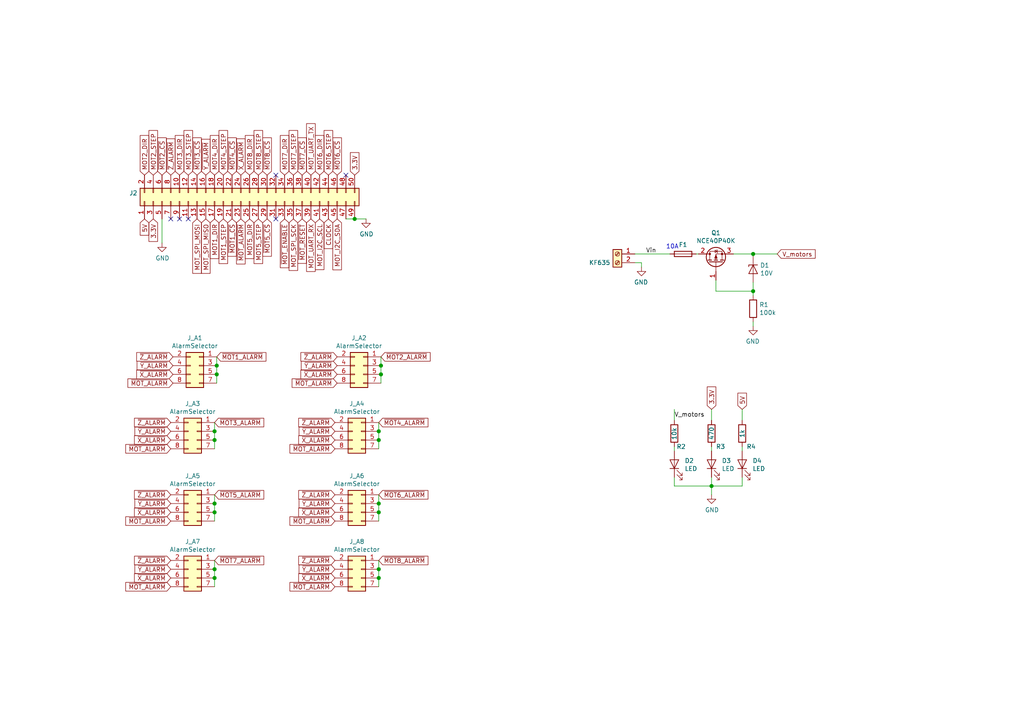
<source format=kicad_sch>
(kicad_sch (version 20210126) (generator eeschema)
  (paper "A4")
  (lib_symbols
    (symbol "Connector:Screw_Terminal_01x02" (pin_names hide)
      (property "Reference" "J" (at 0 2.54 0))
      (property "Value" "Screw_Terminal_01x02" (at 0 -5.08 0))
      (symbol "Screw_Terminal_01x02_1_1"
        (circle (center 0 -2.54) (radius 0.635))
        (circle (center 0 0) (radius 0.635))
        (rectangle (start -1.27 1.27) (end 1.27 -3.81) (stroke (width 0.254)) (fill (type background)))
        (polyline (pts (xy -0.5334 -2.2098) (xy 0.3302 -3.048)))
        (polyline (pts (xy -0.5334 0.3302) (xy 0.3302 -0.508)))
        (polyline (pts (xy -0.3556 -2.032) (xy 0.508 -2.8702)))
        (polyline (pts (xy -0.3556 0.508) (xy 0.508 -0.3302)))
        (pin passive line (at -5.08 0 0) (length 3.81) (name "Pin_1") (number "1"))
        (pin passive line (at -5.08 -2.54 0) (length 3.81) (name "Pin_2") (number "2"))
      )
    )
    (symbol "Connector_Generic:Conn_02x04_Odd_Even" (pin_names (offset 1.016) hide)
      (property "Reference" "J" (at 1.27 5.08 0))
      (property "Value" "Conn_02x04_Odd_Even" (at 1.27 -7.62 0))
      (symbol "Conn_02x04_Odd_Even_1_1"
        (rectangle (start -1.27 -4.953) (end 0 -5.207) (stroke (width 0.1524)))
        (rectangle (start -1.27 -2.413) (end 0 -2.667) (stroke (width 0.1524)))
        (rectangle (start -1.27 2.667) (end 0 2.413) (stroke (width 0.1524)))
        (rectangle (start -1.27 3.81) (end 3.81 -6.35) (stroke (width 0.254)) (fill (type background)))
        (rectangle (start -1.27 0.127) (end 0 -0.127) (stroke (width 0.1524)))
        (rectangle (start 3.81 -4.953) (end 2.54 -5.207) (stroke (width 0.1524)))
        (rectangle (start 3.81 -2.413) (end 2.54 -2.667) (stroke (width 0.1524)))
        (rectangle (start 3.81 2.667) (end 2.54 2.413) (stroke (width 0.1524)))
        (rectangle (start 3.81 0.127) (end 2.54 -0.127) (stroke (width 0.1524)))
        (pin passive line (at -5.08 2.54 0) (length 3.81) (name "Pin_1") (number "1"))
        (pin passive line (at 7.62 2.54 180) (length 3.81) (name "Pin_2") (number "2"))
        (pin passive line (at -5.08 0 0) (length 3.81) (name "Pin_3") (number "3"))
        (pin passive line (at 7.62 0 180) (length 3.81) (name "Pin_4") (number "4"))
        (pin passive line (at -5.08 -2.54 0) (length 3.81) (name "Pin_5") (number "5"))
        (pin passive line (at 7.62 -2.54 180) (length 3.81) (name "Pin_6") (number "6"))
        (pin passive line (at -5.08 -5.08 0) (length 3.81) (name "Pin_7") (number "7"))
        (pin passive line (at 7.62 -5.08 180) (length 3.81) (name "Pin_8") (number "8"))
      )
    )
    (symbol "Connector_Generic:Conn_02x25_Odd_Even" (pin_names (offset 1.016) hide)
      (property "Reference" "J" (at 1.27 33.02 0))
      (property "Value" "Conn_02x25_Odd_Even" (at 1.27 -33.02 0))
      (symbol "Conn_02x25_Odd_Even_1_1"
        (rectangle (start -1.27 -27.813) (end 0 -28.067) (stroke (width 0.1524)))
        (rectangle (start -1.27 -30.353) (end 0 -30.607) (stroke (width 0.1524)))
        (rectangle (start -1.27 -4.953) (end 0 -5.207) (stroke (width 0.1524)))
        (rectangle (start -1.27 -7.493) (end 0 -7.747) (stroke (width 0.1524)))
        (rectangle (start -1.27 -10.033) (end 0 -10.287) (stroke (width 0.1524)))
        (rectangle (start -1.27 -12.573) (end 0 -12.827) (stroke (width 0.1524)))
        (rectangle (start -1.27 -15.113) (end 0 -15.367) (stroke (width 0.1524)))
        (rectangle (start -1.27 -17.653) (end 0 -17.907) (stroke (width 0.1524)))
        (rectangle (start -1.27 -20.193) (end 0 -20.447) (stroke (width 0.1524)))
        (rectangle (start -1.27 -22.733) (end 0 -22.987) (stroke (width 0.1524)))
        (rectangle (start -1.27 -2.413) (end 0 -2.667) (stroke (width 0.1524)))
        (rectangle (start -1.27 -25.273) (end 0 -25.527) (stroke (width 0.1524)))
        (rectangle (start -1.27 25.527) (end 0 25.273) (stroke (width 0.1524)))
        (rectangle (start -1.27 2.667) (end 0 2.413) (stroke (width 0.1524)))
        (rectangle (start -1.27 28.067) (end 0 27.813) (stroke (width 0.1524)))
        (rectangle (start -1.27 30.607) (end 0 30.353) (stroke (width 0.1524)))
        (rectangle (start -1.27 31.75) (end 3.81 -31.75) (stroke (width 0.254)) (fill (type background)))
        (rectangle (start -1.27 5.207) (end 0 4.953) (stroke (width 0.1524)))
        (rectangle (start -1.27 7.747) (end 0 7.493) (stroke (width 0.1524)))
        (rectangle (start -1.27 10.287) (end 0 10.033) (stroke (width 0.1524)))
        (rectangle (start -1.27 0.127) (end 0 -0.127) (stroke (width 0.1524)))
        (rectangle (start -1.27 12.827) (end 0 12.573) (stroke (width 0.1524)))
        (rectangle (start -1.27 15.367) (end 0 15.113) (stroke (width 0.1524)))
        (rectangle (start -1.27 17.907) (end 0 17.653) (stroke (width 0.1524)))
        (rectangle (start -1.27 20.447) (end 0 20.193) (stroke (width 0.1524)))
        (rectangle (start -1.27 22.987) (end 0 22.733) (stroke (width 0.1524)))
        (rectangle (start 3.81 -27.813) (end 2.54 -28.067) (stroke (width 0.1524)))
        (rectangle (start 3.81 -30.353) (end 2.54 -30.607) (stroke (width 0.1524)))
        (rectangle (start 3.81 -4.953) (end 2.54 -5.207) (stroke (width 0.1524)))
        (rectangle (start 3.81 -7.493) (end 2.54 -7.747) (stroke (width 0.1524)))
        (rectangle (start 3.81 -10.033) (end 2.54 -10.287) (stroke (width 0.1524)))
        (rectangle (start 3.81 -12.573) (end 2.54 -12.827) (stroke (width 0.1524)))
        (rectangle (start 3.81 -15.113) (end 2.54 -15.367) (stroke (width 0.1524)))
        (rectangle (start 3.81 -17.653) (end 2.54 -17.907) (stroke (width 0.1524)))
        (rectangle (start 3.81 -20.193) (end 2.54 -20.447) (stroke (width 0.1524)))
        (rectangle (start 3.81 -22.733) (end 2.54 -22.987) (stroke (width 0.1524)))
        (rectangle (start 3.81 -2.413) (end 2.54 -2.667) (stroke (width 0.1524)))
        (rectangle (start 3.81 -25.273) (end 2.54 -25.527) (stroke (width 0.1524)))
        (rectangle (start 3.81 25.527) (end 2.54 25.273) (stroke (width 0.1524)))
        (rectangle (start 3.81 2.667) (end 2.54 2.413) (stroke (width 0.1524)))
        (rectangle (start 3.81 28.067) (end 2.54 27.813) (stroke (width 0.1524)))
        (rectangle (start 3.81 30.607) (end 2.54 30.353) (stroke (width 0.1524)))
        (rectangle (start 3.81 5.207) (end 2.54 4.953) (stroke (width 0.1524)))
        (rectangle (start 3.81 7.747) (end 2.54 7.493) (stroke (width 0.1524)))
        (rectangle (start 3.81 10.287) (end 2.54 10.033) (stroke (width 0.1524)))
        (rectangle (start 3.81 0.127) (end 2.54 -0.127) (stroke (width 0.1524)))
        (rectangle (start 3.81 12.827) (end 2.54 12.573) (stroke (width 0.1524)))
        (rectangle (start 3.81 15.367) (end 2.54 15.113) (stroke (width 0.1524)))
        (rectangle (start 3.81 17.907) (end 2.54 17.653) (stroke (width 0.1524)))
        (rectangle (start 3.81 20.447) (end 2.54 20.193) (stroke (width 0.1524)))
        (rectangle (start 3.81 22.987) (end 2.54 22.733) (stroke (width 0.1524)))
        (pin passive line (at -5.08 30.48 0) (length 3.81) (name "Pin_1") (number "1"))
        (pin passive line (at 7.62 20.32 180) (length 3.81) (name "Pin_10") (number "10"))
        (pin passive line (at -5.08 17.78 0) (length 3.81) (name "Pin_11") (number "11"))
        (pin passive line (at 7.62 17.78 180) (length 3.81) (name "Pin_12") (number "12"))
        (pin passive line (at -5.08 15.24 0) (length 3.81) (name "Pin_13") (number "13"))
        (pin passive line (at 7.62 15.24 180) (length 3.81) (name "Pin_14") (number "14"))
        (pin passive line (at -5.08 12.7 0) (length 3.81) (name "Pin_15") (number "15"))
        (pin passive line (at 7.62 12.7 180) (length 3.81) (name "Pin_16") (number "16"))
        (pin passive line (at -5.08 10.16 0) (length 3.81) (name "Pin_17") (number "17"))
        (pin passive line (at 7.62 10.16 180) (length 3.81) (name "Pin_18") (number "18"))
        (pin passive line (at -5.08 7.62 0) (length 3.81) (name "Pin_19") (number "19"))
        (pin passive line (at 7.62 30.48 180) (length 3.81) (name "Pin_2") (number "2"))
        (pin passive line (at 7.62 7.62 180) (length 3.81) (name "Pin_20") (number "20"))
        (pin passive line (at -5.08 5.08 0) (length 3.81) (name "Pin_21") (number "21"))
        (pin passive line (at 7.62 5.08 180) (length 3.81) (name "Pin_22") (number "22"))
        (pin passive line (at -5.08 2.54 0) (length 3.81) (name "Pin_23") (number "23"))
        (pin passive line (at 7.62 2.54 180) (length 3.81) (name "Pin_24") (number "24"))
        (pin passive line (at -5.08 0 0) (length 3.81) (name "Pin_25") (number "25"))
        (pin passive line (at 7.62 0 180) (length 3.81) (name "Pin_26") (number "26"))
        (pin passive line (at -5.08 -2.54 0) (length 3.81) (name "Pin_27") (number "27"))
        (pin passive line (at 7.62 -2.54 180) (length 3.81) (name "Pin_28") (number "28"))
        (pin passive line (at -5.08 -5.08 0) (length 3.81) (name "Pin_29") (number "29"))
        (pin passive line (at -5.08 27.94 0) (length 3.81) (name "Pin_3") (number "3"))
        (pin passive line (at 7.62 -5.08 180) (length 3.81) (name "Pin_30") (number "30"))
        (pin passive line (at -5.08 -7.62 0) (length 3.81) (name "Pin_31") (number "31"))
        (pin passive line (at 7.62 -7.62 180) (length 3.81) (name "Pin_32") (number "32"))
        (pin passive line (at -5.08 -10.16 0) (length 3.81) (name "Pin_33") (number "33"))
        (pin passive line (at 7.62 -10.16 180) (length 3.81) (name "Pin_34") (number "34"))
        (pin passive line (at -5.08 -12.7 0) (length 3.81) (name "Pin_35") (number "35"))
        (pin passive line (at 7.62 -12.7 180) (length 3.81) (name "Pin_36") (number "36"))
        (pin passive line (at -5.08 -15.24 0) (length 3.81) (name "Pin_37") (number "37"))
        (pin passive line (at 7.62 -15.24 180) (length 3.81) (name "Pin_38") (number "38"))
        (pin passive line (at -5.08 -17.78 0) (length 3.81) (name "Pin_39") (number "39"))
        (pin passive line (at 7.62 27.94 180) (length 3.81) (name "Pin_4") (number "4"))
        (pin passive line (at 7.62 -17.78 180) (length 3.81) (name "Pin_40") (number "40"))
        (pin passive line (at -5.08 -20.32 0) (length 3.81) (name "Pin_41") (number "41"))
        (pin passive line (at 7.62 -20.32 180) (length 3.81) (name "Pin_42") (number "42"))
        (pin passive line (at -5.08 -22.86 0) (length 3.81) (name "Pin_43") (number "43"))
        (pin passive line (at 7.62 -22.86 180) (length 3.81) (name "Pin_44") (number "44"))
        (pin passive line (at -5.08 -25.4 0) (length 3.81) (name "Pin_45") (number "45"))
        (pin passive line (at 7.62 -25.4 180) (length 3.81) (name "Pin_46") (number "46"))
        (pin passive line (at -5.08 -27.94 0) (length 3.81) (name "Pin_47") (number "47"))
        (pin passive line (at 7.62 -27.94 180) (length 3.81) (name "Pin_48") (number "48"))
        (pin passive line (at -5.08 -30.48 0) (length 3.81) (name "Pin_49") (number "49"))
        (pin passive line (at -5.08 25.4 0) (length 3.81) (name "Pin_5") (number "5"))
        (pin passive line (at 7.62 -30.48 180) (length 3.81) (name "Pin_50") (number "50"))
        (pin passive line (at 7.62 25.4 180) (length 3.81) (name "Pin_6") (number "6"))
        (pin passive line (at -5.08 22.86 0) (length 3.81) (name "Pin_7") (number "7"))
        (pin passive line (at 7.62 22.86 180) (length 3.81) (name "Pin_8") (number "8"))
        (pin passive line (at -5.08 20.32 0) (length 3.81) (name "Pin_9") (number "9"))
      )
    )
    (symbol "Device:D_Zener" (pin_numbers hide) (pin_names hide)
      (property "Reference" "D" (at 0 2.54 0))
      (property "Value" "D_Zener" (at 0 -2.54 0))
      (symbol "D_Zener_0_1"
        (polyline (pts (xy 1.27 0) (xy -1.27 0)))
        (polyline (pts (xy -1.27 -1.27) (xy -1.27 1.27) (xy -0.762 1.27)) (stroke (width 0.2032)))
        (polyline (pts (xy 1.27 -1.27) (xy 1.27 1.27) (xy -1.27 0) (xy 1.27 -1.27)) (stroke (width 0.2032)))
      )
      (symbol "D_Zener_1_1"
        (pin passive line (at -3.81 0 0) (length 2.54) (name "K") (number "1"))
        (pin passive line (at 3.81 0 180) (length 2.54) (name "A") (number "2"))
      )
    )
    (symbol "Device:Fuse" (pin_numbers hide) (pin_names (offset 0))
      (property "Reference" "F" (at 2.032 0 90))
      (property "Value" "Fuse" (at -1.905 0 90))
      (symbol "Fuse_0_1"
        (rectangle (start -0.762 -2.54) (end 0.762 2.54) (stroke (width 0.254)))
        (polyline (pts (xy 0 2.54) (xy 0 -2.54)))
      )
      (symbol "Fuse_1_1"
        (pin passive line (at 0 3.81 270) (length 1.27) (name "~") (number "1"))
        (pin passive line (at 0 -3.81 90) (length 1.27) (name "~") (number "2"))
      )
    )
    (symbol "Device:LED" (pin_numbers hide) (pin_names hide)
      (property "Reference" "D" (at 0 2.54 0))
      (property "Value" "LED" (at 0 -2.54 0))
      (symbol "LED_0_1"
        (polyline (pts (xy -1.27 -1.27) (xy -1.27 1.27)) (stroke (width 0.2032)))
        (polyline (pts (xy -1.27 0) (xy 1.27 0)))
        (polyline (pts (xy 1.27 -1.27) (xy 1.27 1.27) (xy -1.27 0) (xy 1.27 -1.27)) (stroke (width 0.2032)))
        (polyline (pts (xy -3.048 -0.762) (xy -4.572 -2.286) (xy -3.81 -2.286) (xy -4.572 -2.286) (xy -4.572 -1.524)))
        (polyline (pts (xy -1.778 -0.762) (xy -3.302 -2.286) (xy -2.54 -2.286) (xy -3.302 -2.286) (xy -3.302 -1.524)))
      )
      (symbol "LED_1_1"
        (pin passive line (at -3.81 0 0) (length 2.54) (name "K") (number "1"))
        (pin passive line (at 3.81 0 180) (length 2.54) (name "A") (number "2"))
      )
    )
    (symbol "Device:R" (pin_numbers hide) (pin_names (offset 0))
      (property "Reference" "R" (at 2.032 0 90))
      (property "Value" "R" (at 0 0 90))
      (symbol "R_0_1"
        (rectangle (start -1.016 -2.54) (end 1.016 2.54) (stroke (width 0.254)))
      )
      (symbol "R_1_1"
        (pin passive line (at 0 3.81 270) (length 1.27) (name "~") (number "1"))
        (pin passive line (at 0 -3.81 90) (length 1.27) (name "~") (number "2"))
      )
    )
    (symbol "Transistor_FET:IRF4905" (pin_names hide)
      (property "Reference" "Q" (at 5.08 1.905 0))
      (property "Value" "IRF4905" (at 5.08 0 0))
      (symbol "IRF4905_0_1"
        (circle (center 1.651 0) (radius 2.794) (stroke (width 0.254)))
        (circle (center 2.54 -1.778) (radius 0.254) (fill (type outline)))
        (circle (center 2.54 1.778) (radius 0.254) (fill (type outline)))
        (polyline (pts (xy 0.254 0) (xy -2.54 0)))
        (polyline (pts (xy 0.254 1.905) (xy 0.254 -1.905)) (stroke (width 0.254)))
        (polyline (pts (xy 0.762 -1.27) (xy 0.762 -2.286)) (stroke (width 0.254)))
        (polyline (pts (xy 0.762 0.508) (xy 0.762 -0.508)) (stroke (width 0.254)))
        (polyline (pts (xy 0.762 2.286) (xy 0.762 1.27)) (stroke (width 0.254)))
        (polyline (pts (xy 2.54 2.54) (xy 2.54 1.778)))
        (polyline (pts (xy 2.54 -2.54) (xy 2.54 0) (xy 0.762 0)))
        (polyline (pts (xy 0.762 1.778) (xy 3.302 1.778) (xy 3.302 -1.778) (xy 0.762 -1.778)))
        (polyline (pts (xy 2.286 0) (xy 1.27 0.381) (xy 1.27 -0.381) (xy 2.286 0)) (fill (type outline)))
        (polyline (pts (xy 2.794 -0.508) (xy 2.921 -0.381) (xy 3.683 -0.381) (xy 3.81 -0.254)))
        (polyline (pts (xy 3.302 -0.381) (xy 2.921 0.254) (xy 3.683 0.254) (xy 3.302 -0.381)))
      )
      (symbol "IRF4905_1_1"
        (pin input line (at -5.08 0 0) (length 2.54) (name "G") (number "1"))
        (pin passive line (at 2.54 5.08 270) (length 2.54) (name "D") (number "2"))
        (pin passive line (at 2.54 -5.08 90) (length 2.54) (name "S") (number "3"))
      )
    )
    (symbol "power:GND" (power) (pin_names (offset 0))
      (property "Value" "GND" (at 0 -3.81 0))
      (symbol "GND_0_1"
        (polyline (pts (xy 0 0) (xy 0 -1.27) (xy 1.27 -1.27) (xy 0 -2.54) (xy -1.27 -1.27) (xy 0 -1.27)))
      )
      (symbol "GND_1_1"
        (pin power_in line (at 0 0 270) (length 0) hide (name "GND") (number "1"))
      )
    )
  )
  (junction (at 62.23 125.095) (diameter 1.016))
  (junction (at 62.23 127.635) (diameter 1.016))
  (junction (at 62.23 146.05) (diameter 1.016))
  (junction (at 62.23 148.59) (diameter 1.016))
  (junction (at 62.23 165.1) (diameter 1.016))
  (junction (at 62.23 167.64) (diameter 1.016))
  (junction (at 62.865 106.045) (diameter 1.016))
  (junction (at 62.865 108.585) (diameter 1.016))
  (junction (at 102.87 63.5) (diameter 1.016))
  (junction (at 109.855 125.095) (diameter 1.016))
  (junction (at 109.855 127.635) (diameter 1.016))
  (junction (at 109.855 146.05) (diameter 1.016))
  (junction (at 109.855 148.59) (diameter 1.016))
  (junction (at 109.855 165.1) (diameter 1.016))
  (junction (at 109.855 167.64) (diameter 1.016))
  (junction (at 110.49 106.045) (diameter 1.016))
  (junction (at 110.49 108.585) (diameter 1.016))
  (junction (at 206.375 140.97) (diameter 1.016))
  (junction (at 218.44 73.66) (diameter 1.016))
  (junction (at 218.44 84.455) (diameter 1.016))
  (no_connect (at 49.53 63.5))
  (no_connect (at 52.07 63.5))
  (no_connect (at 54.61 63.5))
  (no_connect (at 80.01 50.8))
  (no_connect (at 80.01 63.5))
  (no_connect (at 100.33 50.8))
  (wire (pts (xy 46.99 63.5) (xy 46.99 70.485)))
  (wire (pts (xy 62.23 122.555) (xy 62.23 125.095)))
  (wire (pts (xy 62.23 125.095) (xy 62.23 127.635)))
  (wire (pts (xy 62.23 127.635) (xy 62.23 130.175)))
  (wire (pts (xy 62.23 143.51) (xy 62.23 146.05)))
  (wire (pts (xy 62.23 146.05) (xy 62.23 148.59)))
  (wire (pts (xy 62.23 148.59) (xy 62.23 151.13)))
  (wire (pts (xy 62.23 162.56) (xy 62.23 165.1)))
  (wire (pts (xy 62.23 165.1) (xy 62.23 167.64)))
  (wire (pts (xy 62.23 167.64) (xy 62.23 170.18)))
  (wire (pts (xy 62.865 103.505) (xy 62.865 106.045)))
  (wire (pts (xy 62.865 106.045) (xy 62.865 108.585)))
  (wire (pts (xy 62.865 108.585) (xy 62.865 111.125)))
  (wire (pts (xy 100.33 63.5) (xy 102.87 63.5)))
  (wire (pts (xy 102.87 63.5) (xy 106.172 63.5)))
  (wire (pts (xy 109.855 122.555) (xy 109.855 125.095)))
  (wire (pts (xy 109.855 125.095) (xy 109.855 127.635)))
  (wire (pts (xy 109.855 127.635) (xy 109.855 130.175)))
  (wire (pts (xy 109.855 143.51) (xy 109.855 146.05)))
  (wire (pts (xy 109.855 146.05) (xy 109.855 148.59)))
  (wire (pts (xy 109.855 148.59) (xy 109.855 151.13)))
  (wire (pts (xy 109.855 162.56) (xy 109.855 165.1)))
  (wire (pts (xy 109.855 165.1) (xy 109.855 167.64)))
  (wire (pts (xy 109.855 167.64) (xy 109.855 170.18)))
  (wire (pts (xy 110.49 103.505) (xy 110.49 106.045)))
  (wire (pts (xy 110.49 106.045) (xy 110.49 108.585)))
  (wire (pts (xy 110.49 108.585) (xy 110.49 111.125)))
  (wire (pts (xy 184.15 73.66) (xy 194.31 73.66)))
  (wire (pts (xy 184.15 76.2) (xy 186.055 76.2)))
  (wire (pts (xy 186.055 76.2) (xy 186.055 77.47)))
  (wire (pts (xy 195.58 121.92) (xy 195.58 118.745)))
  (wire (pts (xy 195.58 129.54) (xy 195.58 130.81)))
  (wire (pts (xy 195.58 140.97) (xy 195.58 138.43)))
  (wire (pts (xy 195.58 140.97) (xy 206.375 140.97)))
  (wire (pts (xy 201.93 73.66) (xy 202.565 73.66)))
  (wire (pts (xy 206.375 121.92) (xy 206.375 118.745)))
  (wire (pts (xy 206.375 129.54) (xy 206.375 130.81)))
  (wire (pts (xy 206.375 138.43) (xy 206.375 140.97)))
  (wire (pts (xy 206.375 140.97) (xy 206.375 143.51)))
  (wire (pts (xy 207.645 81.28) (xy 207.645 84.455)))
  (wire (pts (xy 207.645 84.455) (xy 218.44 84.455)))
  (wire (pts (xy 212.725 73.66) (xy 218.44 73.66)))
  (wire (pts (xy 215.265 121.92) (xy 215.265 118.745)))
  (wire (pts (xy 215.265 129.54) (xy 215.265 130.81)))
  (wire (pts (xy 215.265 140.97) (xy 206.375 140.97)))
  (wire (pts (xy 215.265 140.97) (xy 215.265 138.43)))
  (wire (pts (xy 218.44 73.66) (xy 225.425 73.66)))
  (wire (pts (xy 218.44 74.295) (xy 218.44 73.66)))
  (wire (pts (xy 218.44 84.455) (xy 218.44 81.915)))
  (wire (pts (xy 218.44 85.725) (xy 218.44 84.455)))
  (wire (pts (xy 218.44 94.615) (xy 218.44 93.345)))
  (text "10A" (at 196.85 72.39 180) (effects (font (size 1.27 1.27)) (justify right bottom)))
  (label "Vin" (at 187.325 73.66 0))
  (label "V_motors" (at 195.58 121.285 0))
  (global_label "MOT2_DIR" (shape input) (at 41.91 50.8 90) (property "Intersheet References" "${INTERSHEET_REFS}" (effects hide)))
  (global_label "5V" (shape input) (at 41.91 63.5 270) (property "Intersheet References" "${INTERSHEET_REFS}" (effects hide)))
  (global_label "MOT2_STEP" (shape input) (at 44.45 50.8 90) (property "Intersheet References" "${INTERSHEET_REFS}" (effects hide)))
  (global_label "3.3V" (shape input) (at 44.45 63.5 270) (property "Intersheet References" "${INTERSHEET_REFS}" (effects hide)))
  (global_label "~MOT2_CS" (shape input) (at 46.99 50.8 90) (property "Intersheet References" "${INTERSHEET_REFS}" (effects hide)))
  (global_label "~Z_ALARM" (shape input) (at 49.53 50.8 90) (property "Intersheet References" "${INTERSHEET_REFS}" (effects hide)))
  (global_label "~Z_ALARM" (shape input) (at 49.53 122.555 180) (property "Intersheet References" "${INTERSHEET_REFS}" (effects hide)))
  (global_label "~Y_ALARM" (shape input) (at 49.53 125.095 180) (property "Intersheet References" "${INTERSHEET_REFS}" (effects hide)))
  (global_label "~X_ALARM" (shape input) (at 49.53 127.635 180) (property "Intersheet References" "${INTERSHEET_REFS}" (effects hide)))
  (global_label "~MOT_ALARM" (shape input) (at 49.53 130.175 180) (property "Intersheet References" "${INTERSHEET_REFS}" (effects hide)))
  (global_label "~Z_ALARM" (shape input) (at 49.53 143.51 180) (property "Intersheet References" "${INTERSHEET_REFS}" (effects hide)))
  (global_label "~Y_ALARM" (shape input) (at 49.53 146.05 180) (property "Intersheet References" "${INTERSHEET_REFS}" (effects hide)))
  (global_label "~X_ALARM" (shape input) (at 49.53 148.59 180) (property "Intersheet References" "${INTERSHEET_REFS}" (effects hide)))
  (global_label "~MOT_ALARM" (shape input) (at 49.53 151.13 180) (property "Intersheet References" "${INTERSHEET_REFS}" (effects hide)))
  (global_label "~Z_ALARM" (shape input) (at 49.53 162.56 180) (property "Intersheet References" "${INTERSHEET_REFS}" (effects hide)))
  (global_label "~Y_ALARM" (shape input) (at 49.53 165.1 180) (property "Intersheet References" "${INTERSHEET_REFS}" (effects hide)))
  (global_label "~X_ALARM" (shape input) (at 49.53 167.64 180) (property "Intersheet References" "${INTERSHEET_REFS}" (effects hide)))
  (global_label "~MOT_ALARM" (shape input) (at 49.53 170.18 180) (property "Intersheet References" "${INTERSHEET_REFS}" (effects hide)))
  (global_label "~Z_ALARM" (shape input) (at 50.165 103.505 180) (property "Intersheet References" "${INTERSHEET_REFS}" (effects hide)))
  (global_label "~Y_ALARM" (shape input) (at 50.165 106.045 180) (property "Intersheet References" "${INTERSHEET_REFS}" (effects hide)))
  (global_label "~X_ALARM" (shape input) (at 50.165 108.585 180) (property "Intersheet References" "${INTERSHEET_REFS}" (effects hide)))
  (global_label "~MOT_ALARM" (shape input) (at 50.165 111.125 180) (property "Intersheet References" "${INTERSHEET_REFS}" (effects hide)))
  (global_label "MOT3_DIR" (shape input) (at 52.07 50.8 90) (property "Intersheet References" "${INTERSHEET_REFS}" (effects hide)))
  (global_label "MOT3_STEP" (shape input) (at 54.61 50.8 90) (property "Intersheet References" "${INTERSHEET_REFS}" (effects hide)))
  (global_label "~MOT3_CS" (shape input) (at 57.15 50.8 90) (property "Intersheet References" "${INTERSHEET_REFS}" (effects hide)))
  (global_label "MOT_SPI_MOSI" (shape input) (at 57.15 63.5 270) (property "Intersheet References" "${INTERSHEET_REFS}" (effects hide)))
  (global_label "~Y_ALARM" (shape input) (at 59.69 50.8 90) (property "Intersheet References" "${INTERSHEET_REFS}" (effects hide)))
  (global_label "MOT_SPI_MISO" (shape input) (at 59.69 63.5 270) (property "Intersheet References" "${INTERSHEET_REFS}" (effects hide)))
  (global_label "MOT4_DIR" (shape input) (at 62.23 50.8 90) (property "Intersheet References" "${INTERSHEET_REFS}" (effects hide)))
  (global_label "MOT1_DIR" (shape input) (at 62.23 63.5 270) (property "Intersheet References" "${INTERSHEET_REFS}" (effects hide)))
  (global_label "~MOT3_ALARM" (shape input) (at 62.23 122.555 0) (property "Intersheet References" "${INTERSHEET_REFS}" (effects hide)))
  (global_label "~MOT5_ALARM" (shape input) (at 62.23 143.51 0) (property "Intersheet References" "${INTERSHEET_REFS}" (effects hide)))
  (global_label "~MOT7_ALARM" (shape input) (at 62.23 162.56 0) (property "Intersheet References" "${INTERSHEET_REFS}" (effects hide)))
  (global_label "~MOT1_ALARM" (shape input) (at 62.865 103.505 0) (property "Intersheet References" "${INTERSHEET_REFS}" (effects hide)))
  (global_label "MOT4_STEP" (shape input) (at 64.77 50.8 90) (property "Intersheet References" "${INTERSHEET_REFS}" (effects hide)))
  (global_label "MOT1_STEP" (shape input) (at 64.77 63.5 270) (property "Intersheet References" "${INTERSHEET_REFS}" (effects hide)))
  (global_label "~MOT4_CS" (shape input) (at 67.31 50.8 90) (property "Intersheet References" "${INTERSHEET_REFS}" (effects hide)))
  (global_label "~MOT1_CS" (shape input) (at 67.31 63.5 270) (property "Intersheet References" "${INTERSHEET_REFS}" (effects hide)))
  (global_label "~X_ALARM" (shape input) (at 69.85 50.8 90) (property "Intersheet References" "${INTERSHEET_REFS}" (effects hide)))
  (global_label "~MOT_ALARM" (shape input) (at 69.85 63.5 270) (property "Intersheet References" "${INTERSHEET_REFS}" (effects hide)))
  (global_label "MOT8_DIR" (shape input) (at 72.39 50.8 90) (property "Intersheet References" "${INTERSHEET_REFS}" (effects hide)))
  (global_label "MOT5_DIR" (shape input) (at 72.39 63.5 270) (property "Intersheet References" "${INTERSHEET_REFS}" (effects hide)))
  (global_label "MOT8_STEP" (shape input) (at 74.93 50.8 90) (property "Intersheet References" "${INTERSHEET_REFS}" (effects hide)))
  (global_label "MOT5_STEP" (shape input) (at 74.93 63.5 270) (property "Intersheet References" "${INTERSHEET_REFS}" (effects hide)))
  (global_label "~MOT8_CS" (shape input) (at 77.47 50.8 90) (property "Intersheet References" "${INTERSHEET_REFS}" (effects hide)))
  (global_label "~MOT5_CS" (shape input) (at 77.47 63.5 270) (property "Intersheet References" "${INTERSHEET_REFS}" (effects hide)))
  (global_label "MOT7_DIR" (shape input) (at 82.55 50.8 90) (property "Intersheet References" "${INTERSHEET_REFS}" (effects hide)))
  (global_label "~MOT_ENABLE" (shape input) (at 82.55 63.5 270) (property "Intersheet References" "${INTERSHEET_REFS}" (effects hide)))
  (global_label "MOT7_STEP" (shape input) (at 85.09 50.8 90) (property "Intersheet References" "${INTERSHEET_REFS}" (effects hide)))
  (global_label "MOT_SPI_SCK" (shape input) (at 85.09 63.5 270) (property "Intersheet References" "${INTERSHEET_REFS}" (effects hide)))
  (global_label "~MOT7_CS" (shape input) (at 87.63 50.8 90) (property "Intersheet References" "${INTERSHEET_REFS}" (effects hide)))
  (global_label "~MOT_RESET" (shape input) (at 87.63 63.5 270) (property "Intersheet References" "${INTERSHEET_REFS}" (effects hide)))
  (global_label "MOT_UART_TX" (shape input) (at 90.17 50.8 90) (property "Intersheet References" "${INTERSHEET_REFS}" (effects hide)))
  (global_label "MOT_UART_RX" (shape input) (at 90.17 63.5 270) (property "Intersheet References" "${INTERSHEET_REFS}" (effects hide)))
  (global_label "MOT6_DIR" (shape input) (at 92.71 50.8 90) (property "Intersheet References" "${INTERSHEET_REFS}" (effects hide)))
  (global_label "MOT_I2C_SCL" (shape input) (at 92.71 63.5 270) (property "Intersheet References" "${INTERSHEET_REFS}" (effects hide)))
  (global_label "MOT6_STEP" (shape input) (at 95.25 50.8 90) (property "Intersheet References" "${INTERSHEET_REFS}" (effects hide)))
  (global_label "CLOCK" (shape input) (at 95.25 63.5 270) (property "Intersheet References" "${INTERSHEET_REFS}" (effects hide)))
  (global_label "~Z_ALARM" (shape input) (at 97.155 122.555 180) (property "Intersheet References" "${INTERSHEET_REFS}" (effects hide)))
  (global_label "~Y_ALARM" (shape input) (at 97.155 125.095 180) (property "Intersheet References" "${INTERSHEET_REFS}" (effects hide)))
  (global_label "~X_ALARM" (shape input) (at 97.155 127.635 180) (property "Intersheet References" "${INTERSHEET_REFS}" (effects hide)))
  (global_label "~MOT_ALARM" (shape input) (at 97.155 130.175 180) (property "Intersheet References" "${INTERSHEET_REFS}" (effects hide)))
  (global_label "~Z_ALARM" (shape input) (at 97.155 143.51 180) (property "Intersheet References" "${INTERSHEET_REFS}" (effects hide)))
  (global_label "~Y_ALARM" (shape input) (at 97.155 146.05 180) (property "Intersheet References" "${INTERSHEET_REFS}" (effects hide)))
  (global_label "~X_ALARM" (shape input) (at 97.155 148.59 180) (property "Intersheet References" "${INTERSHEET_REFS}" (effects hide)))
  (global_label "~MOT_ALARM" (shape input) (at 97.155 151.13 180) (property "Intersheet References" "${INTERSHEET_REFS}" (effects hide)))
  (global_label "~Z_ALARM" (shape input) (at 97.155 162.56 180) (property "Intersheet References" "${INTERSHEET_REFS}" (effects hide)))
  (global_label "~Y_ALARM" (shape input) (at 97.155 165.1 180) (property "Intersheet References" "${INTERSHEET_REFS}" (effects hide)))
  (global_label "~X_ALARM" (shape input) (at 97.155 167.64 180) (property "Intersheet References" "${INTERSHEET_REFS}" (effects hide)))
  (global_label "~MOT_ALARM" (shape input) (at 97.155 170.18 180) (property "Intersheet References" "${INTERSHEET_REFS}" (effects hide)))
  (global_label "~MOT6_CS" (shape input) (at 97.79 50.8 90) (property "Intersheet References" "${INTERSHEET_REFS}" (effects hide)))
  (global_label "MOT_I2C_SDA" (shape input) (at 97.79 63.5 270) (property "Intersheet References" "${INTERSHEET_REFS}" (effects hide)))
  (global_label "~Z_ALARM" (shape input) (at 97.79 103.505 180) (property "Intersheet References" "${INTERSHEET_REFS}" (effects hide)))
  (global_label "~Y_ALARM" (shape input) (at 97.79 106.045 180) (property "Intersheet References" "${INTERSHEET_REFS}" (effects hide)))
  (global_label "~X_ALARM" (shape input) (at 97.79 108.585 180) (property "Intersheet References" "${INTERSHEET_REFS}" (effects hide)))
  (global_label "~MOT_ALARM" (shape input) (at 97.79 111.125 180) (property "Intersheet References" "${INTERSHEET_REFS}" (effects hide)))
  (global_label "3.3V" (shape input) (at 102.87 50.8 90) (property "Intersheet References" "${INTERSHEET_REFS}" (effects hide)))
  (global_label "~MOT4_ALARM" (shape input) (at 109.855 122.555 0) (property "Intersheet References" "${INTERSHEET_REFS}" (effects hide)))
  (global_label "~MOT6_ALARM" (shape input) (at 109.855 143.51 0) (property "Intersheet References" "${INTERSHEET_REFS}" (effects hide)))
  (global_label "~MOT8_ALARM" (shape input) (at 109.855 162.56 0) (property "Intersheet References" "${INTERSHEET_REFS}" (effects hide)))
  (global_label "~MOT2_ALARM" (shape input) (at 110.49 103.505 0) (property "Intersheet References" "${INTERSHEET_REFS}" (effects hide)))
  (global_label "3.3V" (shape input) (at 206.375 118.745 90) (property "Intersheet References" "${INTERSHEET_REFS}" (effects hide)))
  (global_label "5V" (shape input) (at 215.265 118.745 90) (property "Intersheet References" "${INTERSHEET_REFS}" (effects hide)))
  (global_label "V_motors" (shape input) (at 225.425 73.66 0) (property "Intersheet References" "${INTERSHEET_REFS}" (effects hide)))
  (symbol (lib_id "power:GND") (at 46.99 70.485 0) (unit 1)
    (property "Reference" "#PWR016" (effects hide))
    (property "Value" "GND" (at 47.117 74.8792 0))
  )
  (symbol (lib_id "power:GND") (at 106.172 63.5 0) (unit 1)
    (property "Reference" "#PWR015" (effects hide))
    (property "Value" "GND" (at 106.299 67.8942 0))
  )
  (symbol (lib_id "power:GND") (at 186.055 77.47 0) (mirror y) (unit 1)
    (property "Reference" "#PWR017" (effects hide))
    (property "Value" "GND" (at 185.928 81.8642 0))
  )
  (symbol (lib_id "power:GND") (at 206.375 143.51 0) (unit 1)
    (property "Reference" "#PWR019" (effects hide))
    (property "Value" "GND" (at 206.502 147.9042 0))
  )
  (symbol (lib_id "power:GND") (at 218.44 94.615 0) (mirror y) (unit 1)
    (property "Reference" "#PWR018" (effects hide))
    (property "Value" "GND" (at 218.313 99.0092 0))
  )
  (symbol (lib_id "Device:Fuse") (at 198.12 73.66 90) (mirror x) (unit 1)
    (property "Reference" "F1" (at 198.12 70.9866 90))
    (property "Value" "Fuse" (effects hide))
    (property "Footprint" "PrntrBoardV2:2410_FuseFolder" (effects hide))
    (property "TME Part#" "A" (effects hide))
  )
  (symbol (lib_id "Device:R") (at 195.58 125.73 0) (unit 1)
    (property "Reference" "R2" (at 196.215 129.54 0) (effects (justify left)))
    (property "Value" "10k" (at 195.58 127.635 90) (effects (justify left)))
    (property "Footprint" "Resistor_SMD:R_0402_1005Metric" (effects hide))
    (property "Part #" "0402WGF1002TCE" (effects hide))
    (property "LCSC Part#" "C25744" (effects hide))
  )
  (symbol (lib_id "Device:R") (at 206.375 125.73 0) (unit 1)
    (property "Reference" "R3" (at 207.645 129.54 0) (effects (justify left)))
    (property "Value" "470" (at 206.375 127.635 90) (effects (justify left)))
    (property "Footprint" "Resistor_SMD:R_0402_1005Metric" (effects hide))
    (property "Part #" "0402WGF4700TCE" (effects hide))
    (property "LCSC Part#" "C25117" (effects hide))
  )
  (symbol (lib_id "Device:R") (at 215.265 125.73 0) (unit 1)
    (property "Reference" "R4" (at 216.535 129.54 0) (effects (justify left)))
    (property "Value" "1k" (at 215.265 127 90) (effects (justify left)))
    (property "Footprint" "Resistor_SMD:R_0402_1005Metric" (effects hide))
    (property "Part #" "0402WGF1001TCE" (effects hide))
    (property "LCSC Part#" "C11702" (effects hide))
  )
  (symbol (lib_id "Device:R") (at 218.44 89.535 0) (mirror y) (unit 1)
    (property "Reference" "R1" (at 220.2181 88.3856 0) (effects (justify right)))
    (property "Value" "100k" (at 220.2181 90.6843 0) (effects (justify right)))
    (property "Footprint" "Resistor_SMD:R_0402_1005Metric" (effects hide))
    (property "LCSC Part#" "C25741" (effects hide))
    (property "Part #" "0402WGF1003TCE" (effects hide))
  )
  (symbol (lib_id "Device:D_Zener") (at 218.44 78.105 90) (mirror x) (unit 1)
    (property "Reference" "D1" (at 220.4467 76.9556 90) (effects (justify right)))
    (property "Value" "10V" (at 220.4467 79.2543 90) (effects (justify right)))
    (property "Footprint" "Diode_SMD:D_SOD-323" (effects hide))
    (property "Datasheet" "https://datasheet.lcsc.com/szlcsc/Leshan-Radio-LM3Z10VT1G_C131828.pdf" (effects hide))
    (property "LCSC Part#" "C131828" (effects hide))
    (property "Part #" "LM3Z10VT1G" (effects hide))
  )
  (symbol (lib_id "Device:LED") (at 195.58 134.62 90) (unit 1)
    (property "Reference" "D2" (at 198.5772 133.6294 90) (effects (justify right)))
    (property "Value" "LED" (at 198.5772 135.9408 90) (effects (justify right)))
    (property "Footprint" "PrntrBoardV2:LED_0603_1608Metric" (effects hide))
    (property "Part #" "KT-0603R" (effects hide))
    (property "LCSC Part#" "C2286" (effects hide))
  )
  (symbol (lib_id "Device:LED") (at 206.375 134.62 90) (unit 1)
    (property "Reference" "D3" (at 209.3468 133.6294 90) (effects (justify right)))
    (property "Value" "LED" (at 209.3468 135.9408 90) (effects (justify right)))
    (property "Footprint" "PrntrBoardV2:LED_0603_1608Metric" (effects hide))
    (property "Part #" "KT-0603R" (effects hide))
    (property "LCSC Part#" "C2286" (effects hide))
  )
  (symbol (lib_id "Device:LED") (at 215.265 134.62 90) (unit 1)
    (property "Reference" "D4" (at 218.2622 133.6294 90) (effects (justify right)))
    (property "Value" "LED" (at 218.2622 135.9408 90) (effects (justify right)))
    (property "Footprint" "PrntrBoardV2:LED_0603_1608Metric" (effects hide))
    (property "Part #" "KT-0603R" (effects hide))
    (property "LCSC Part#" "C2286" (effects hide))
  )
  (symbol (lib_id "Connector:Screw_Terminal_01x02") (at 179.07 73.66 0) (mirror y) (unit 1)
    (property "Reference" "J1" (effects hide))
    (property "Value" "KF635" (at 177.038 76.1746 0) (effects (justify left)))
    (property "Footprint" "TerminalBlock_MetzConnect:TerminalBlock_MetzConnect_Type701_RT11L02HGLU_1x02_P6.35mm_Horizontal" (effects hide))
    (property "THT" "T" (effects hide))
    (property "TME Part#" "A" (effects hide))
  )
  (symbol (lib_id "Transistor_FET:IRF4905") (at 207.645 76.2 90) (unit 1)
    (property "Reference" "Q1" (at 207.645 67.5448 90))
    (property "Value" "NCE40P40K" (at 207.645 69.8435 90))
    (property "Footprint" "Package_TO_SOT_SMD:TO-252-2" (effects hide))
    (property "Datasheet" "https://datasheet.lcsc.com/szlcsc/Wuxi-NCE-Power-Semiconductor-NCE40P40K_C130100.pdf" (effects hide))
    (property "LCSC Part#" "C130100" (effects hide))
    (property "Part #" "NCE40P40K" (effects hide))
  )
  (symbol (lib_id "Connector_Generic:Conn_02x04_Odd_Even") (at 57.15 125.095 0) (mirror y) (unit 1)
    (property "Reference" "J_A3" (at 55.88 117.0748 0))
    (property "Value" "AlarmSelector" (at 55.88 119.3735 0))
    (property "Footprint" "Connector_PinHeader_2.00mm:PinHeader_2x04_P2.00mm_Vertical_SMD" (effects hide))
    (property "THT" "T" (effects hide))
    (property "TME Part#" "A" (effects hide))
  )
  (symbol (lib_id "Connector_Generic:Conn_02x04_Odd_Even") (at 57.15 146.05 0) (mirror y) (unit 1)
    (property "Reference" "J_A5" (at 55.88 138.03 0))
    (property "Value" "AlarmSelector" (at 55.88 140.3285 0))
    (property "Footprint" "Connector_PinHeader_2.00mm:PinHeader_2x04_P2.00mm_Vertical_SMD" (effects hide))
    (property "THT" "T" (effects hide))
    (property "TME Part#" "A" (effects hide))
  )
  (symbol (lib_id "Connector_Generic:Conn_02x04_Odd_Even") (at 57.15 165.1 0) (mirror y) (unit 1)
    (property "Reference" "J_A7" (at 55.88 157.08 0))
    (property "Value" "AlarmSelector" (at 55.88 159.3785 0))
    (property "Footprint" "Connector_PinHeader_2.00mm:PinHeader_2x04_P2.00mm_Vertical_SMD" (effects hide))
    (property "THT" "T" (effects hide))
    (property "TME Part#" "A" (effects hide))
  )
  (symbol (lib_id "Connector_Generic:Conn_02x04_Odd_Even") (at 57.785 106.045 0) (mirror y) (unit 1)
    (property "Reference" "J_A1" (at 56.515 98.025 0))
    (property "Value" "AlarmSelector" (at 56.515 100.3235 0))
    (property "Footprint" "Connector_PinHeader_2.00mm:PinHeader_2x04_P2.00mm_Vertical_SMD" (effects hide))
    (property "THT" "T" (effects hide))
    (property "TME Part#" "A" (effects hide))
  )
  (symbol (lib_id "Connector_Generic:Conn_02x04_Odd_Even") (at 104.775 125.095 0) (mirror y) (unit 1)
    (property "Reference" "J_A4" (at 103.505 117.075 0))
    (property "Value" "AlarmSelector" (at 103.505 119.3735 0))
    (property "Footprint" "Connector_PinHeader_2.00mm:PinHeader_2x04_P2.00mm_Vertical_SMD" (effects hide))
    (property "THT" "T" (effects hide))
    (property "TME Part#" "A" (effects hide))
  )
  (symbol (lib_id "Connector_Generic:Conn_02x04_Odd_Even") (at 104.775 146.05 0) (mirror y) (unit 1)
    (property "Reference" "J_A6" (at 103.505 138.03 0))
    (property "Value" "AlarmSelector" (at 103.505 140.3285 0))
    (property "Footprint" "Connector_PinHeader_2.00mm:PinHeader_2x04_P2.00mm_Vertical_SMD" (effects hide))
    (property "THT" "T" (effects hide))
    (property "TME Part#" "A" (effects hide))
  )
  (symbol (lib_id "Connector_Generic:Conn_02x04_Odd_Even") (at 104.775 165.1 0) (mirror y) (unit 1)
    (property "Reference" "J_A8" (at 103.505 157.08 0))
    (property "Value" "AlarmSelector" (at 103.505 159.3785 0))
    (property "Footprint" "Connector_PinHeader_2.00mm:PinHeader_2x04_P2.00mm_Vertical_SMD" (effects hide))
    (property "THT" "T" (effects hide))
    (property "TME Part#" "A" (effects hide))
  )
  (symbol (lib_id "Connector_Generic:Conn_02x04_Odd_Even") (at 105.41 106.045 0) (mirror y) (unit 1)
    (property "Reference" "J_A2" (at 104.14 98.025 0))
    (property "Value" "AlarmSelector" (at 104.14 100.3235 0))
    (property "Footprint" "Connector_PinHeader_2.00mm:PinHeader_2x04_P2.00mm_Vertical_SMD" (effects hide))
    (property "THT" "T" (effects hide))
    (property "TME Part#" "A" (effects hide))
  )
  (symbol (lib_id "Connector_Generic:Conn_02x25_Odd_Even") (at 72.39 58.42 90) (unit 1)
    (property "Reference" "J2" (at 39.878 56.001 90) (effects (justify left)))
    (property "Value" "Conn_02x25_Counter_Clockwise" (effects hide))
    (property "Footprint" "Connector_IDC:IDC-Header_2x25_P2.54mm_Vertical" (effects hide))
    (property "THT" "T" (effects hide))
    (property "TME Part#" "A" (effects hide))
  )
)
</source>
